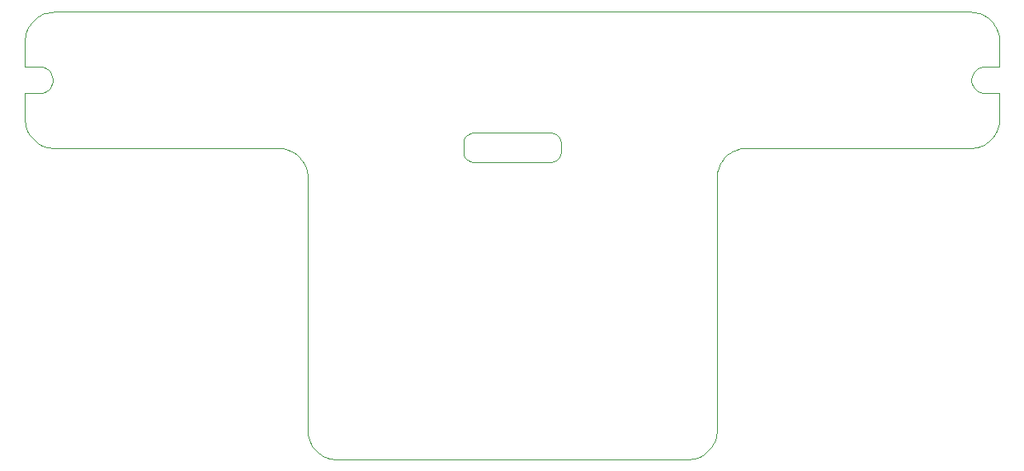
<source format=gm1>
G04*
G04 #@! TF.GenerationSoftware,Altium Limited,Altium Designer,20.0.13 (296)*
G04*
G04 Layer_Color=16711935*
%FSLAX44Y44*%
%MOMM*%
G71*
G01*
G75*
%ADD14C,0.1000*%
D14*
X-485000Y-13750D02*
X-482473Y-13516D01*
X-480033Y-12822D01*
X-477762Y-11690D01*
X-475737Y-10161D01*
X-474027Y-8286D01*
X-472691Y-6129D01*
X-471775Y-3763D01*
X-471309Y-1269D01*
Y1269D01*
X-471775Y3763D01*
X-472691Y6129D01*
X-474027Y8286D01*
X-475737Y10161D01*
X-477761Y11690D01*
X-480033Y12822D01*
X-482473Y13516D01*
X-485000Y13750D01*
X485000D02*
X482473Y13516D01*
X480033Y12822D01*
X477762Y11690D01*
X475737Y10161D01*
X474027Y8286D01*
X472691Y6129D01*
X471775Y3763D01*
X471309Y1269D01*
Y-1269D01*
X471775Y-3763D01*
X472691Y-6129D01*
X474027Y-8286D01*
X475737Y-10161D01*
X477762Y-11690D01*
X480033Y-12822D01*
X482473Y-13516D01*
X485000Y-13750D01*
X40000Y-84380D02*
X42588Y-84039D01*
X45000Y-83040D01*
X47071Y-81451D01*
X48660Y-79380D01*
X49659Y-76968D01*
X50000Y-74380D01*
Y-64380D02*
X49659Y-61792D01*
X48660Y-59380D01*
X47071Y-57309D01*
X45000Y-55720D01*
X42588Y-54721D01*
X40000Y-54380D01*
X-40000D02*
X-42588Y-54721D01*
X-45000Y-55720D01*
X-47071Y-57309D01*
X-48660Y-59380D01*
X-49659Y-61792D01*
X-50000Y-64380D01*
Y-74380D02*
X-49659Y-76968D01*
X-48660Y-79380D01*
X-47071Y-81451D01*
X-45000Y-83040D01*
X-42588Y-84039D01*
X-40000Y-84380D01*
X180000Y-390000D02*
X182477Y-389897D01*
X184938Y-389591D01*
X187365Y-389082D01*
X189741Y-388374D01*
X192051Y-387473D01*
X194278Y-386384D01*
X196408Y-385115D01*
X198426Y-383674D01*
X200318Y-382072D01*
X202072Y-380318D01*
X203674Y-378426D01*
X205115Y-376408D01*
X206384Y-374278D01*
X207473Y-372051D01*
X208375Y-369741D01*
X209082Y-367365D01*
X209591Y-364938D01*
X209897Y-362477D01*
X210000Y-360000D01*
X-210000D02*
X-209897Y-362477D01*
X-209591Y-364938D01*
X-209082Y-367365D01*
X-208375Y-369741D01*
X-207473Y-372051D01*
X-206384Y-374278D01*
X-205115Y-376408D01*
X-203674Y-378426D01*
X-202072Y-380318D01*
X-200318Y-382072D01*
X-198426Y-383674D01*
X-196408Y-385115D01*
X-194278Y-386384D01*
X-192051Y-387473D01*
X-189741Y-388374D01*
X-187365Y-389082D01*
X-184938Y-389591D01*
X-182477Y-389897D01*
X-180000Y-390000D01*
X470000Y-70000D02*
X472477Y-69897D01*
X474938Y-69591D01*
X477365Y-69082D01*
X479741Y-68375D01*
X482051Y-67473D01*
X484278Y-66384D01*
X486409Y-65115D01*
X488426Y-63674D01*
X490318Y-62072D01*
X492072Y-60318D01*
X493674Y-58426D01*
X495115Y-56408D01*
X496384Y-54278D01*
X497473Y-52051D01*
X498374Y-49741D01*
X499082Y-47365D01*
X499591Y-44938D01*
X499897Y-42477D01*
X500000Y-40000D01*
Y40000D02*
X499897Y42477D01*
X499591Y44938D01*
X499082Y47365D01*
X498374Y49741D01*
X497473Y52051D01*
X496384Y54278D01*
X495115Y56408D01*
X493674Y58426D01*
X492072Y60318D01*
X490318Y62072D01*
X488426Y63674D01*
X486408Y65115D01*
X484278Y66384D01*
X482051Y67473D01*
X479741Y68375D01*
X477365Y69082D01*
X474938Y69591D01*
X472477Y69897D01*
X470000Y70000D01*
X240000Y-70000D02*
X237523Y-70103D01*
X235062Y-70409D01*
X232635Y-70918D01*
X230259Y-71625D01*
X227949Y-72527D01*
X225722Y-73616D01*
X223592Y-74885D01*
X221574Y-76326D01*
X219682Y-77928D01*
X217928Y-79682D01*
X216326Y-81574D01*
X214885Y-83592D01*
X213616Y-85722D01*
X212527Y-87949D01*
X211625Y-90259D01*
X210918Y-92635D01*
X210409Y-95062D01*
X210103Y-97523D01*
X210000Y-100000D01*
X-210000D02*
X-210103Y-97523D01*
X-210409Y-95062D01*
X-210918Y-92635D01*
X-211625Y-90259D01*
X-212527Y-87949D01*
X-213616Y-85722D01*
X-214885Y-83592D01*
X-216326Y-81574D01*
X-217928Y-79682D01*
X-219682Y-77928D01*
X-221574Y-76326D01*
X-223592Y-74885D01*
X-225722Y-73616D01*
X-227949Y-72527D01*
X-230259Y-71625D01*
X-232635Y-70918D01*
X-235062Y-70409D01*
X-237523Y-70103D01*
X-240000Y-70000D01*
X-500000Y-40000D02*
X-499897Y-42477D01*
X-499591Y-44938D01*
X-499082Y-47365D01*
X-498374Y-49741D01*
X-497473Y-52051D01*
X-496384Y-54278D01*
X-495115Y-56408D01*
X-493674Y-58426D01*
X-492072Y-60318D01*
X-490318Y-62072D01*
X-488426Y-63674D01*
X-486408Y-65115D01*
X-484278Y-66384D01*
X-482051Y-67473D01*
X-479741Y-68375D01*
X-477365Y-69082D01*
X-474938Y-69591D01*
X-472477Y-69897D01*
X-470000Y-70000D01*
Y70000D02*
X-472477Y69897D01*
X-474938Y69591D01*
X-477365Y69082D01*
X-479741Y68375D01*
X-482051Y67473D01*
X-484278Y66384D01*
X-486408Y65115D01*
X-488426Y63674D01*
X-490318Y62072D01*
X-492072Y60318D01*
X-493674Y58426D01*
X-495115Y56408D01*
X-496384Y54278D01*
X-497473Y52051D01*
X-498374Y49741D01*
X-499082Y47365D01*
X-499591Y44938D01*
X-499897Y42477D01*
X-500000Y40000D01*
Y13750D02*
Y40000D01*
Y-40000D02*
Y-13750D01*
X-485000D01*
X-500000Y13750D02*
X-485000D01*
X500000Y-40000D02*
Y-13750D01*
Y13750D02*
Y40000D01*
X485000Y-13750D02*
X500000D01*
X485000Y13750D02*
X500000D01*
X50000Y-74380D02*
Y-64380D01*
X-50000Y-74380D02*
Y-64380D01*
X-40000Y-84380D02*
X40000D01*
X-40000Y-54380D02*
X40000D01*
X-210000Y-360000D02*
Y-100000D01*
X-180000Y-390000D02*
X180000D01*
X210000Y-360000D02*
Y-100000D01*
X-470000Y70000D02*
X470000D01*
X240000Y-70000D02*
X470000D01*
X-470000Y-70000D02*
X-240000D01*
M02*

</source>
